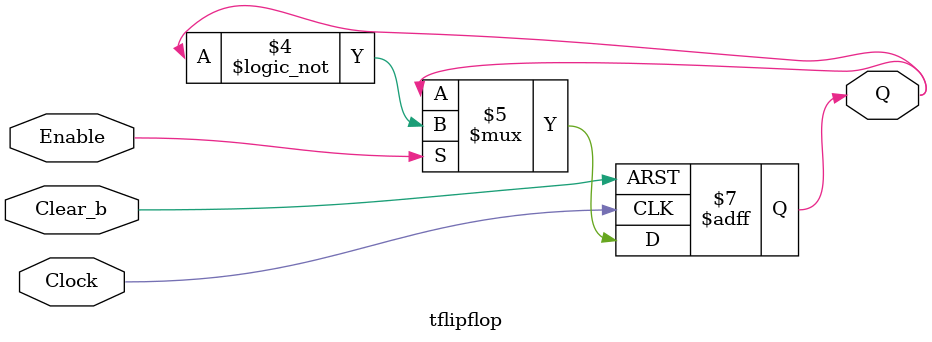
<source format=v>
module part1 (Clock, Enable, Clear_b, CounterValue);
  input Clock, Enable, Clear_b;
  output [7:0] CounterValue;
  
  wire w0, w1, w2, w3, w4, w5, w6;
  assign w0 = Enable & CounterValue[0];
  assign w1 = w0 & CounterValue[1];
  assign w2 = w1 & CounterValue[2];
  assign w3 = w2 & CounterValue[3];
  assign w4 = w3 & CounterValue[4];
  assign w5 = w4 & CounterValue[5];
  assign w6 = w5 & CounterValue[6];
  
  tflipflop t1(Clock, Enable, Clear_b, CounterValue[0]);
  tflipflop t2(Clock, w0, Clear_b, CounterValue[1]);
  tflipflop t3(Clock, w1, Clear_b, CounterValue[2]);
  tflipflop t4(Clock, w2, Clear_b, CounterValue[3]);
  tflipflop t5(Clock, w3, Clear_b, CounterValue[4]);
  tflipflop t6(Clock, w4, Clear_b, CounterValue[5]);
  tflipflop t7(Clock, w5, Clear_b, CounterValue[6]);
  tflipflop t8(Clock, w6, Clear_b, CounterValue[7]);
  
endmodule




module tflipflop(Clock, Enable, Clear_b, Q);

    input Clock, Enable, Clear_b;
    output reg Q;

    always@ (posedge Clock, negedge Clear_b)
        if (Clear_b  == 1'b0)
            Q <= 1'b0;
        else if (Enable == 1'b1)
            Q <= !Q;

endmodule

</source>
